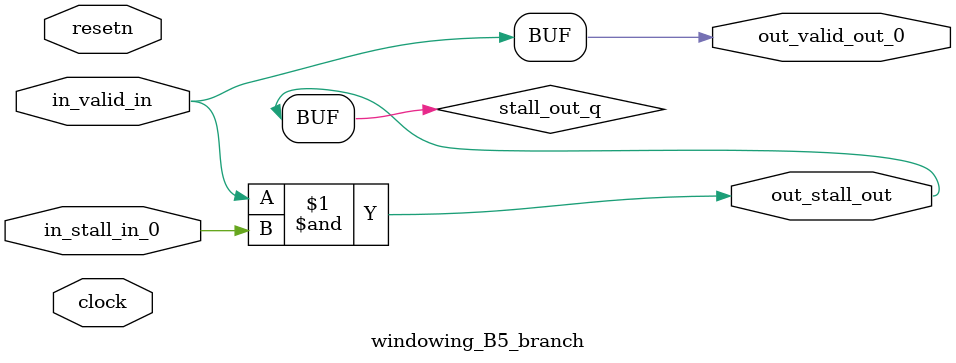
<source format=sv>



(* altera_attribute = "-name AUTO_SHIFT_REGISTER_RECOGNITION OFF; -name MESSAGE_DISABLE 10036; -name MESSAGE_DISABLE 10037; -name MESSAGE_DISABLE 14130; -name MESSAGE_DISABLE 14320; -name MESSAGE_DISABLE 15400; -name MESSAGE_DISABLE 14130; -name MESSAGE_DISABLE 10036; -name MESSAGE_DISABLE 12020; -name MESSAGE_DISABLE 12030; -name MESSAGE_DISABLE 12010; -name MESSAGE_DISABLE 12110; -name MESSAGE_DISABLE 14320; -name MESSAGE_DISABLE 13410; -name MESSAGE_DISABLE 113007; -name MESSAGE_DISABLE 10958" *)
module windowing_B5_branch (
    input wire [0:0] in_stall_in_0,
    input wire [0:0] in_valid_in,
    output wire [0:0] out_stall_out,
    output wire [0:0] out_valid_out_0,
    input wire clock,
    input wire resetn
    );

    wire [0:0] stall_out_q;


    // stall_out(LOGICAL,6)
    assign stall_out_q = in_valid_in & in_stall_in_0;

    // out_stall_out(GPOUT,4)
    assign out_stall_out = stall_out_q;

    // out_valid_out_0(GPOUT,5)
    assign out_valid_out_0 = in_valid_in;

endmodule

</source>
